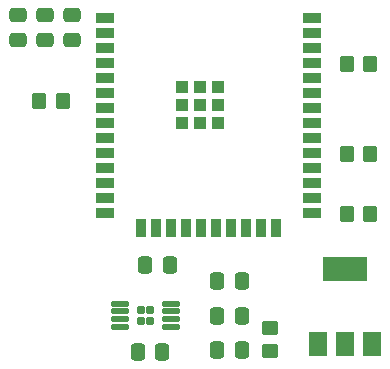
<source format=gbr>
%TF.GenerationSoftware,KiCad,Pcbnew,7.0.1*%
%TF.CreationDate,2023-04-21T09:55:58+02:00*%
%TF.ProjectId,hond,686f6e64-2e6b-4696-9361-645f70636258,rev?*%
%TF.SameCoordinates,Original*%
%TF.FileFunction,Paste,Top*%
%TF.FilePolarity,Positive*%
%FSLAX46Y46*%
G04 Gerber Fmt 4.6, Leading zero omitted, Abs format (unit mm)*
G04 Created by KiCad (PCBNEW 7.0.1) date 2023-04-21 09:55:58*
%MOMM*%
%LPD*%
G01*
G04 APERTURE LIST*
G04 Aperture macros list*
%AMRoundRect*
0 Rectangle with rounded corners*
0 $1 Rounding radius*
0 $2 $3 $4 $5 $6 $7 $8 $9 X,Y pos of 4 corners*
0 Add a 4 corners polygon primitive as box body*
4,1,4,$2,$3,$4,$5,$6,$7,$8,$9,$2,$3,0*
0 Add four circle primitives for the rounded corners*
1,1,$1+$1,$2,$3*
1,1,$1+$1,$4,$5*
1,1,$1+$1,$6,$7*
1,1,$1+$1,$8,$9*
0 Add four rect primitives between the rounded corners*
20,1,$1+$1,$2,$3,$4,$5,0*
20,1,$1+$1,$4,$5,$6,$7,0*
20,1,$1+$1,$6,$7,$8,$9,0*
20,1,$1+$1,$8,$9,$2,$3,0*%
G04 Aperture macros list end*
%ADD10RoundRect,0.250000X0.475000X-0.337500X0.475000X0.337500X-0.475000X0.337500X-0.475000X-0.337500X0*%
%ADD11R,1.500000X0.900000*%
%ADD12R,0.900000X1.500000*%
%ADD13R,1.050000X1.050000*%
%ADD14RoundRect,0.250000X0.337500X0.475000X-0.337500X0.475000X-0.337500X-0.475000X0.337500X-0.475000X0*%
%ADD15R,1.500000X2.000000*%
%ADD16R,3.800000X2.000000*%
%ADD17RoundRect,0.250000X-0.337500X-0.475000X0.337500X-0.475000X0.337500X0.475000X-0.337500X0.475000X0*%
%ADD18RoundRect,0.250000X-0.350000X-0.450000X0.350000X-0.450000X0.350000X0.450000X-0.350000X0.450000X0*%
%ADD19RoundRect,0.157500X-0.157500X-0.222500X0.157500X-0.222500X0.157500X0.222500X-0.157500X0.222500X0*%
%ADD20RoundRect,0.125000X-0.600000X-0.125000X0.600000X-0.125000X0.600000X0.125000X-0.600000X0.125000X0*%
%ADD21RoundRect,0.250000X0.350000X0.450000X-0.350000X0.450000X-0.350000X-0.450000X0.350000X-0.450000X0*%
%ADD22RoundRect,0.250000X0.450000X-0.350000X0.450000X0.350000X-0.450000X0.350000X-0.450000X-0.350000X0*%
%ADD23RoundRect,0.250000X-0.475000X0.337500X-0.475000X-0.337500X0.475000X-0.337500X0.475000X0.337500X0*%
G04 APERTURE END LIST*
D10*
%TO.C,C1*%
X108966000Y-58441500D03*
X108966000Y-56366500D03*
%TD*%
D11*
%TO.C,U1*%
X116345000Y-56602000D03*
X116345000Y-57872000D03*
X116345000Y-59142000D03*
X116345000Y-60412000D03*
X116345000Y-61682000D03*
X116345000Y-62952000D03*
X116345000Y-64222000D03*
X116345000Y-65492000D03*
X116345000Y-66762000D03*
X116345000Y-68032000D03*
X116345000Y-69302000D03*
X116345000Y-70572000D03*
X116345000Y-71842000D03*
X116345000Y-73112000D03*
D12*
X119385000Y-74362000D03*
X120655000Y-74362000D03*
X121925000Y-74362000D03*
X123195000Y-74362000D03*
X124465000Y-74362000D03*
X125735000Y-74362000D03*
X127005000Y-74362000D03*
X128275000Y-74362000D03*
X129545000Y-74362000D03*
X130815000Y-74362000D03*
D11*
X133845000Y-73112000D03*
X133845000Y-71842000D03*
X133845000Y-70572000D03*
X133845000Y-69302000D03*
X133845000Y-68032000D03*
X133845000Y-66762000D03*
X133845000Y-65492000D03*
X133845000Y-64222000D03*
X133845000Y-62952000D03*
X133845000Y-61682000D03*
X133845000Y-60412000D03*
X133845000Y-59142000D03*
X133845000Y-57872000D03*
X133845000Y-56602000D03*
D13*
X122890000Y-62417000D03*
X122890000Y-63942000D03*
X122890000Y-65467000D03*
X124415000Y-62417000D03*
X124415000Y-63942000D03*
X124415000Y-65467000D03*
X125940000Y-62417000D03*
X125940000Y-63942000D03*
X125940000Y-65467000D03*
%TD*%
D14*
%TO.C,C2*%
X121179500Y-84836000D03*
X119104500Y-84836000D03*
%TD*%
D15*
%TO.C,U3*%
X134352000Y-84176000D03*
X136652000Y-84176000D03*
D16*
X136652000Y-77876000D03*
D15*
X138952000Y-84176000D03*
%TD*%
D17*
%TO.C,C6*%
X125835500Y-81788000D03*
X127910500Y-81788000D03*
%TD*%
D18*
%TO.C,R1*%
X110760000Y-63627000D03*
X112760000Y-63627000D03*
%TD*%
D19*
%TO.C,U4*%
X119380000Y-81277000D03*
X119380000Y-82217000D03*
X120160000Y-81277000D03*
X120160000Y-82217000D03*
D20*
X117620000Y-80772000D03*
X117620000Y-81422000D03*
X117620000Y-82072000D03*
X117620000Y-82722000D03*
X121920000Y-82722000D03*
X121920000Y-82072000D03*
X121920000Y-81422000D03*
X121920000Y-80772000D03*
%TD*%
D21*
%TO.C,R2*%
X138795000Y-73152000D03*
X136795000Y-73152000D03*
%TD*%
%TO.C,R5*%
X138795000Y-60452000D03*
X136795000Y-60452000D03*
%TD*%
D22*
%TO.C,R10*%
X130302000Y-84820000D03*
X130302000Y-82820000D03*
%TD*%
D21*
%TO.C,R6*%
X138795000Y-68072000D03*
X136795000Y-68072000D03*
%TD*%
D17*
%TO.C,C8*%
X125835500Y-78867000D03*
X127910500Y-78867000D03*
%TD*%
%TO.C,C7*%
X119739500Y-77470000D03*
X121814500Y-77470000D03*
%TD*%
%TO.C,C5*%
X125835500Y-84709000D03*
X127910500Y-84709000D03*
%TD*%
D10*
%TO.C,C4*%
X111252000Y-58441500D03*
X111252000Y-56366500D03*
%TD*%
D23*
%TO.C,C3*%
X113538000Y-56366500D03*
X113538000Y-58441500D03*
%TD*%
M02*

</source>
